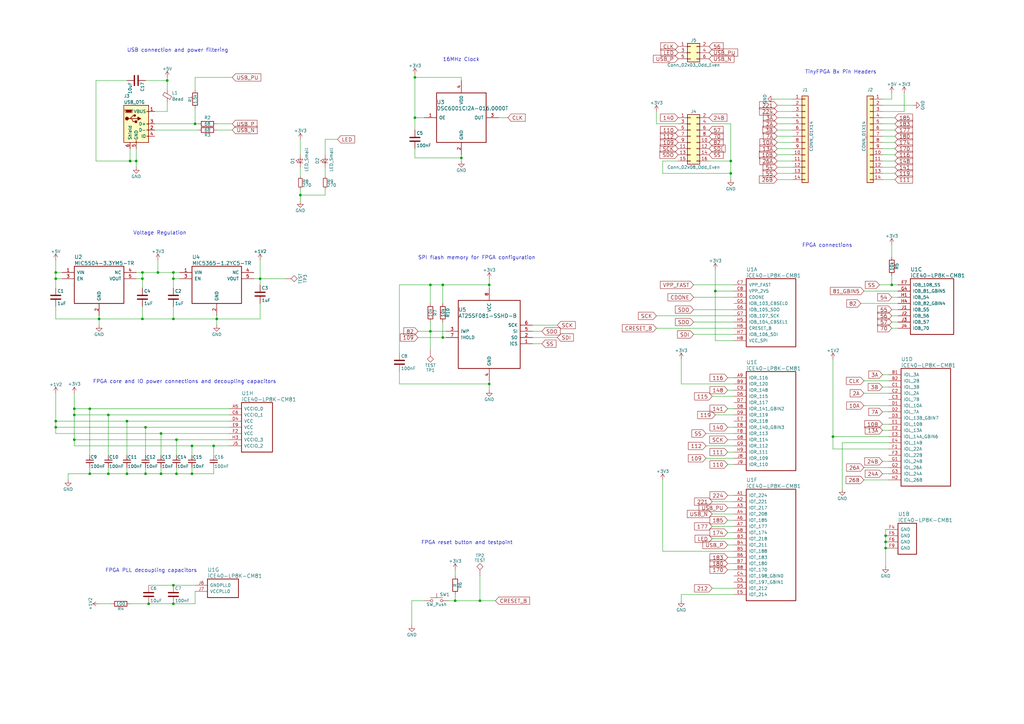
<source format=kicad_sch>
(kicad_sch (version 20231120) (generator "eeschema") (generator_version "8.0")
  (paper "A3")
  (title_block (title "TinyFPGA Bx") (rev "v1.1") (company "TinyFPGA"))
  (junction (at 72.39 180.34))
  (junction (at 53.34 66.04))
  (junction (at 22.86 114.3))
  (junction (at 176.53 135.89))
  (junction (at 78.74 194.31))
  (junction (at 60.96 247.65))
  (junction (at 170.18 48.26))
  (junction (at 196.85 246.38))
  (junction (at 293.37 119.38))
  (junction (at 66.04 194.31))
  (junction (at 78.74 182.88))
  (junction (at 44.45 194.31))
  (junction (at 22.86 172.72))
  (junction (at 66.04 177.8))
  (junction (at 341.63 179.07))
  (junction (at 106.68 114.3))
  (junction (at 40.64 130.81))
  (junction (at 30.48 167.64))
  (junction (at 299.72 66.04))
  (junction (at 87.63 182.88))
  (junction (at 30.48 170.18))
  (junction (at 71.12 247.65))
  (junction (at 36.83 194.31))
  (junction (at 71.12 111.76))
  (junction (at 59.69 175.26))
  (junction (at 58.42 130.81))
  (junction (at 88.9 130.81))
  (junction (at 52.07 172.72))
  (junction (at 71.12 130.81))
  (junction (at 181.61 138.43))
  (junction (at 58.42 111.76))
  (junction (at 200.66 116.84))
  (junction (at 123.19 80.01))
  (junction (at 181.61 116.84))
  (junction (at 170.18 31.75))
  (junction (at 363.22 219.71))
  (junction (at 363.22 222.25))
  (junction (at 71.12 114.3))
  (junction (at 36.83 167.64))
  (junction (at 55.88 66.04))
  (junction (at 68.58 33.02))
  (junction (at 72.39 194.31))
  (junction (at 189.23 64.77))
  (junction (at 363.22 224.79))
  (junction (at 52.07 194.31))
  (junction (at 30.48 180.34))
  (junction (at 44.45 170.18))
  (junction (at 186.69 246.38))
  (junction (at 71.12 240.03))
  (junction (at 200.66 157.48))
  (junction (at 58.42 114.3))
  (junction (at 22.86 175.26))
  (junction (at 176.53 116.84))
  (junction (at 299.72 71.12))
  (junction (at 80.01 50.8))
  (junction (at 365.76 116.84))
  (junction (at 64.77 111.76))
  (junction (at 59.69 194.31))
  (junction (at 22.86 111.76))
  (wire (pts (xy 123.19 72.39) (xy 123.19 68.58)))
  (wire (pts (xy 298.45 233.68) (xy 300.99 233.68)))
  (wire (pts (xy 365.76 127) (xy 368.3 127)))
  (wire (pts (xy 367.03 60.96) (xy 361.95 60.96)))
  (wire (pts (xy 222.25 140.97) (xy 218.44 140.97)))
  (wire (pts (xy 30.48 182.88) (xy 78.74 182.88)))
  (wire (pts (xy 71.12 130.81) (xy 71.12 125.73)))
  (wire (pts (xy 30.48 170.18) (xy 30.48 180.34)))
  (wire (pts (xy 218.44 138.43) (xy 228.6 138.43)))
  (wire (pts (xy 290.83 50.8) (xy 299.72 50.8)))
  (wire (pts (xy 181.61 116.84) (xy 176.53 116.84)))
  (wire (pts (xy 176.53 135.89) (xy 176.53 143.51)))
  (wire (pts (xy 68.58 45.72) (xy 68.58 41.91)))
  (wire (pts (xy 292.1 241.3) (xy 300.99 241.3)))
  (wire (pts (xy 40.64 130.81) (xy 58.42 130.81)))
  (wire (pts (xy 36.83 186.69) (xy 36.83 167.64)))
  (wire (pts (xy 300.99 121.92) (xy 284.48 121.92)))
  (wire (pts (xy 289.56 187.96) (xy 300.99 187.96)))
  (wire (pts (xy 361.95 58.42) (xy 367.03 58.42)))
  (wire (pts (xy 284.48 132.08) (xy 300.99 132.08)))
  (wire (pts (xy 104.14 114.3) (xy 106.68 114.3)))
  (wire (pts (xy 88.9 130.81) (xy 106.68 130.81)))
  (wire (pts (xy 298.45 228.6) (xy 300.99 228.6)))
  (wire (pts (xy 361.95 168.91) (xy 364.49 168.91)))
  (wire (pts (xy 292.1 215.9) (xy 300.99 215.9)))
  (wire (pts (xy 176.53 132.08) (xy 176.53 135.89)))
  (wire (pts (xy 123.19 80.01) (xy 133.35 80.01)))
  (wire (pts (xy 40.64 130.81) (xy 40.64 129.54)))
  (wire (pts (xy 365.76 100.33) (xy 365.76 105.41)))
  (wire (pts (xy 361.95 176.53) (xy 364.49 176.53)))
  (wire (pts (xy 298.45 231.14) (xy 300.99 231.14)))
  (wire (pts (xy 269.24 50.8) (xy 269.24 45.72)))
  (wire (pts (xy 299.72 66.04) (xy 299.72 71.12)))
  (wire (pts (xy 367.03 48.26) (xy 361.95 48.26)))
  (wire (pts (xy 293.37 119.38) (xy 300.99 119.38)))
  (wire (pts (xy 53.34 247.65) (xy 60.96 247.65)))
  (wire (pts (xy 365.76 113.03) (xy 365.76 116.84)))
  (wire (pts (xy 106.68 114.3) (xy 106.68 116.84)))
  (wire (pts (xy 52.07 194.31) (xy 59.69 194.31)))
  (wire (pts (xy 368.3 119.38) (xy 354.33 119.38)))
  (wire (pts (xy 300.99 154.94) (xy 298.45 154.94)))
  (wire (pts (xy 300.99 226.06) (xy 271.78 226.06)))
  (wire (pts (xy 123.19 82.55) (xy 123.19 80.01)))
  (wire (pts (xy 284.48 127) (xy 300.99 127)))
  (wire (pts (xy 71.12 114.3) (xy 73.66 114.3)))
  (wire (pts (xy 364.49 181.61) (xy 345.44 181.61)))
  (wire (pts (xy 44.45 194.31) (xy 44.45 191.77)))
  (wire (pts (xy 30.48 167.64) (xy 30.48 170.18)))
  (wire (pts (xy 78.74 186.69) (xy 78.74 182.88)))
  (wire (pts (xy 106.68 106.68) (xy 106.68 114.3)))
  (wire (pts (xy 189.23 64.77) (xy 189.23 66.04)))
  (wire (pts (xy 200.66 116.84) (xy 181.61 116.84)))
  (wire (pts (xy 163.83 152.4) (xy 163.83 157.48)))
  (wire (pts (xy 363.22 224.79) (xy 363.22 232.41)))
  (wire (pts (xy 71.12 111.76) (xy 71.12 114.3)))
  (wire (pts (xy 60.96 247.65) (xy 71.12 247.65)))
  (wire (pts (xy 279.4 243.84) (xy 279.4 246.38)))
  (wire (pts (xy 318.77 53.34) (xy 325.12 53.34)))
  (wire (pts (xy 353.06 124.46) (xy 368.3 124.46)))
  (wire (pts (xy 361.95 45.72) (xy 370.84 45.72)))
  (wire (pts (xy 66.04 194.31) (xy 66.04 191.77)))
  (wire (pts (xy 354.33 191.77) (xy 364.49 191.77)))
  (wire (pts (xy 59.69 194.31) (xy 66.04 194.31)))
  (wire (pts (xy 72.39 194.31) (xy 72.39 191.77)))
  (wire (pts (xy 298.45 223.52) (xy 300.99 223.52)))
  (wire (pts (xy 22.86 111.76) (xy 22.86 114.3)))
  (wire (pts (xy 318.77 68.58) (xy 325.12 68.58)))
  (wire (pts (xy 364.49 153.67) (xy 361.95 153.67)))
  (wire (pts (xy 345.44 181.61) (xy 345.44 200.66)))
  (wire (pts (xy 22.86 114.3) (xy 22.86 118.11)))
  (wire (pts (xy 22.86 177.8) (xy 66.04 177.8)))
  (wire (pts (xy 78.74 194.31) (xy 87.63 194.31)))
  (wire (pts (xy 271.78 71.12) (xy 299.72 71.12)))
  (wire (pts (xy 63.5 45.72) (xy 68.58 45.72)))
  (wire (pts (xy 64.77 111.76) (xy 71.12 111.76)))
  (wire (pts (xy 298.45 175.26) (xy 300.99 175.26)))
  (wire (pts (xy 364.49 189.23) (xy 361.95 189.23)))
  (wire (pts (xy 200.66 118.11) (xy 200.66 116.84)))
  (wire (pts (xy 87.63 194.31) (xy 87.63 191.77)))
  (wire (pts (xy 71.12 240.03) (xy 80.01 240.03)))
  (wire (pts (xy 58.42 111.76) (xy 64.77 111.76)))
  (wire (pts (xy 80.01 36.83) (xy 80.01 31.75)))
  (wire (pts (xy 106.68 114.3) (xy 116.84 114.3)))
  (wire (pts (xy 361.95 40.64) (xy 365.76 40.64)))
  (wire (pts (xy 58.42 130.81) (xy 58.42 125.73)))
  (wire (pts (xy 22.86 161.29) (xy 22.86 172.72)))
  (wire (pts (xy 222.25 135.89) (xy 218.44 135.89)))
  (wire (pts (xy 78.74 194.31) (xy 78.74 191.77)))
  (wire (pts (xy 300.99 203.2) (xy 298.45 203.2)))
  (wire (pts (xy 365.76 121.92) (xy 368.3 121.92)))
  (wire (pts (xy 58.42 111.76) (xy 58.42 114.3)))
  (wire (pts (xy 123.19 63.5) (xy 123.19 57.15)))
  (wire (pts (xy 64.77 111.76) (xy 64.77 106.68)))
  (wire (pts (xy 71.12 247.65) (xy 80.01 247.65)))
  (wire (pts (xy 189.23 31.75) (xy 170.18 31.75)))
  (wire (pts (xy 363.22 219.71) (xy 363.22 222.25)))
  (wire (pts (xy 27.94 196.85) (xy 27.94 194.31)))
  (wire (pts (xy 53.34 66.04) (xy 55.88 66.04)))
  (wire (pts (xy 364.49 173.99) (xy 361.95 173.99)))
  (wire (pts (xy 72.39 194.31) (xy 78.74 194.31)))
  (wire (pts (xy 36.83 194.31) (xy 44.45 194.31)))
  (wire (pts (xy 367.03 55.88) (xy 361.95 55.88)))
  (wire (pts (xy 292.1 210.82) (xy 300.99 210.82)))
  (wire (pts (xy 367.03 66.04) (xy 361.95 66.04)))
  (wire (pts (xy 30.48 167.64) (xy 36.83 167.64)))
  (wire (pts (xy 360.68 116.84) (xy 365.76 116.84)))
  (wire (pts (xy 354.33 166.37) (xy 364.49 166.37)))
  (wire (pts (xy 59.69 33.02) (xy 68.58 33.02)))
  (wire (pts (xy 271.78 226.06) (xy 271.78 196.85)))
  (wire (pts (xy 55.88 111.76) (xy 58.42 111.76)))
  (wire (pts (xy 300.99 180.34) (xy 298.45 180.34)))
  (wire (pts (xy 370.84 45.72) (xy 370.84 38.1)))
  (wire (pts (xy 182.88 138.43) (xy 181.61 138.43)))
  (wire (pts (xy 365.76 134.62) (xy 368.3 134.62)))
  (wire (pts (xy 200.66 157.48) (xy 200.66 156.21)))
  (wire (pts (xy 289.56 177.8) (xy 300.99 177.8)))
  (wire (pts (xy 325.12 50.8) (xy 318.77 50.8)))
  (wire (pts (xy 363.22 222.25) (xy 363.22 224.79)))
  (wire (pts (xy 88.9 129.54) (xy 88.9 130.81)))
  (wire (pts (xy 30.48 161.29) (xy 30.48 167.64)))
  (wire (pts (xy 271.78 66.04) (xy 271.78 71.12)))
  (wire (pts (xy 278.13 66.04) (xy 271.78 66.04)))
  (wire (pts (xy 30.48 170.18) (xy 44.45 170.18)))
  (wire (pts (xy 52.07 33.02) (xy 39.37 33.02)))
  (wire (pts (xy 200.66 160.02) (xy 200.66 157.48)))
  (wire (pts (xy 293.37 170.18) (xy 300.99 170.18)))
  (wire (pts (xy 318.77 48.26) (xy 325.12 48.26)))
  (wire (pts (xy 123.19 80.01) (xy 123.19 77.47)))
  (wire (pts (xy 87.63 186.69) (xy 87.63 182.88)))
  (wire (pts (xy 186.69 243.84) (xy 186.69 246.38)))
  (wire (pts (xy 22.86 114.3) (xy 25.4 114.3)))
  (wire (pts (xy 133.35 63.5) (xy 133.35 57.15)))
  (wire (pts (xy 80.01 50.8) (xy 81.28 50.8)))
  (wire (pts (xy 292.1 162.56) (xy 300.99 162.56)))
  (wire (pts (xy 170.18 30.48) (xy 170.18 31.75)))
  (wire (pts (xy 300.99 157.48) (xy 279.4 157.48)))
  (wire (pts (xy 22.86 106.68) (xy 22.86 111.76)))
  (wire (pts (xy 163.83 116.84) (xy 163.83 144.78)))
  (wire (pts (xy 72.39 180.34) (xy 93.98 180.34)))
  (wire (pts (xy 40.64 133.35) (xy 40.64 130.81)))
  (wire (pts (xy 78.74 182.88) (xy 87.63 182.88)))
  (wire (pts (xy 71.12 111.76) (xy 73.66 111.76)))
  (wire (pts (xy 298.45 185.42) (xy 300.99 185.42)))
  (wire (pts (xy 80.01 247.65) (xy 80.01 242.57)))
  (wire (pts (xy 367.03 71.12) (xy 361.95 71.12)))
  (wire (pts (xy 30.48 180.34) (xy 72.39 180.34)))
  (wire (pts (xy 173.99 48.26) (xy 170.18 48.26)))
  (wire (pts (xy 325.12 60.96) (xy 318.77 60.96)))
  (wire (pts (xy 361.95 53.34) (xy 367.03 53.34)))
  (wire (pts (xy 27.94 194.31) (xy 36.83 194.31)))
  (wire (pts (xy 55.88 60.96) (xy 55.88 66.04)))
  (wire (pts (xy 22.86 175.26) (xy 22.86 177.8)))
  (wire (pts (xy 325.12 55.88) (xy 318.77 55.88)))
  (wire (pts (xy 30.48 180.34) (xy 30.48 182.88)))
  (wire (pts (xy 300.99 208.28) (xy 298.45 208.28)))
  (wire (pts (xy 106.68 130.81) (xy 106.68 124.46)))
  (wire (pts (xy 300.99 116.84) (xy 284.48 116.84)))
  (wire (pts (xy 171.45 135.89) (xy 176.53 135.89)))
  (wire (pts (xy 87.63 182.88) (xy 93.98 182.88)))
  (wire (pts (xy 325.12 45.72) (xy 318.77 45.72)))
  (wire (pts (xy 60.96 240.03) (xy 71.12 240.03)))
  (wire (pts (xy 189.23 63.5) (xy 189.23 64.77)))
  (wire (pts (xy 44.45 186.69) (xy 44.45 170.18)))
  (wire (pts (xy 68.58 33.02) (xy 68.58 31.75)))
  (wire (pts (xy 186.69 233.68) (xy 186.69 236.22)))
  (wire (pts (xy 298.45 167.64) (xy 300.99 167.64)))
  (wire (pts (xy 196.85 246.38) (xy 203.2 246.38)))
  (wire (pts (xy 168.91 256.54) (xy 168.91 246.38)))
  (wire (pts (xy 22.86 175.26) (xy 59.69 175.26)))
  (wire (pts (xy 284.48 137.16) (xy 300.99 137.16)))
  (wire (pts (xy 133.35 72.39) (xy 133.35 68.58)))
  (wire (pts (xy 163.83 157.48) (xy 200.66 157.48)))
  (wire (pts (xy 66.04 186.69) (xy 66.04 177.8)))
  (wire (pts (xy 81.28 53.34) (xy 63.5 53.34)))
  (wire (pts (xy 66.04 177.8) (xy 93.98 177.8)))
  (wire (pts (xy 181.61 138.43) (xy 171.45 138.43)))
  (wire (pts (xy 318.77 73.66) (xy 325.12 73.66)))
  (wire (pts (xy 80.01 44.45) (xy 80.01 50.8)))
  (wire (pts (xy 59.69 175.26) (xy 93.98 175.26)))
  (wire (pts (xy 341.63 184.15) (xy 364.49 184.15)))
  (wire (pts (xy 365.76 116.84) (xy 368.3 116.84)))
  (wire (pts (xy 39.37 66.04) (xy 53.34 66.04)))
  (wire (pts (xy 95.25 50.8) (xy 88.9 50.8)))
  (wire (pts (xy 45.72 247.65) (xy 40.64 247.65)))
  (wire (pts (xy 53.34 60.96) (xy 53.34 66.04)))
  (wire (pts (xy 80.01 31.75) (xy 95.25 31.75)))
  (wire (pts (xy 298.45 190.5) (xy 300.99 190.5)))
  (wire (pts (xy 63.5 50.8) (xy 80.01 50.8)))
  (wire (pts (xy 196.85 236.22) (xy 196.85 246.38)))
  (wire (pts (xy 71.12 130.81) (xy 88.9 130.81)))
  (wire (pts (xy 341.63 179.07) (xy 364.49 179.07)))
  (wire (pts (xy 364.49 158.75) (xy 361.95 158.75)))
  (wire (pts (xy 341.63 179.07) (xy 341.63 147.32)))
  (wire (pts (xy 68.58 36.83) (xy 68.58 33.02)))
  (wire (pts (xy 279.4 157.48) (xy 279.4 147.32)))
  (wire (pts (xy 318.77 58.42) (xy 325.12 58.42)))
  (wire (pts (xy 170.18 31.75) (xy 170.18 48.26)))
  (wire (pts (xy 368.3 129.54) (xy 365.76 129.54)))
  (wire (pts (xy 22.86 172.72) (xy 52.07 172.72)))
  (wire (pts (xy 88.9 130.81) (xy 88.9 133.35)))
  (wire (pts (xy 218.44 133.35) (xy 228.6 133.35)))
  (wire (pts (xy 365.76 40.64) (xy 365.76 38.1)))
  (wire (pts (xy 299.72 50.8) (xy 299.72 66.04)))
  (wire (pts (xy 204.47 48.26) (xy 208.28 48.26)))
  (wire (pts (xy 325.12 71.12) (xy 318.77 71.12)))
  (wire (pts (xy 300.99 213.36) (xy 298.45 213.36)))
  (wire (pts (xy 325.12 66.04) (xy 318.77 66.04)))
  (wire (pts (xy 318.77 43.18) (xy 325.12 43.18)))
  (wire (pts (xy 189.23 64.77) (xy 170.18 64.77)))
  (wire (pts (xy 55.88 66.04) (xy 55.88 68.58)))
  (wire (pts (xy 365.76 132.08) (xy 368.3 132.08)))
  (wire (pts (xy 189.23 31.75) (xy 189.23 33.02)))
  (wire (pts (xy 300.99 218.44) (xy 298.45 218.44)))
  (wire (pts (xy 200.66 116.84) (xy 200.66 114.3)))
  (wire (pts (xy 299.72 71.12) (xy 299.72 73.66)))
  (wire (pts (xy 176.53 124.46) (xy 176.53 116.84)))
  (wire (pts (xy 22.86 125.73) (xy 22.86 130.81)))
  (wire (pts (xy 290.83 66.04) (xy 299.72 66.04)))
  (wire (pts (xy 176.53 135.89) (xy 182.88 135.89)))
  (wire (pts (xy 354.33 161.29) (xy 364.49 161.29)))
  (wire (pts (xy 361.95 68.58) (xy 367.03 68.58)))
  (wire (pts (xy 300.99 243.84) (xy 279.4 243.84)))
  (wire (pts (xy 361.95 63.5) (xy 367.03 63.5)))
  (wire (pts (xy 58.42 114.3) (xy 58.42 118.11)))
  (wire (pts (xy 168.91 246.38) (xy 173.99 246.38)))
  (wire (pts (xy 66.04 194.31) (xy 72.39 194.31)))
  (wire (pts (xy 44.45 194.31) (xy 52.07 194.31)))
  (wire (pts (xy 367.03 50.8) (xy 361.95 50.8)))
  (wire (pts (xy 341.63 184.15) (xy 341.63 179.07)))
  (wire (pts (xy 22.86 130.81) (xy 40.64 130.81)))
  (wire (pts (xy 292.1 205.74) (xy 300.99 205.74)))
  (wire (pts (xy 186.69 246.38) (xy 196.85 246.38)))
  (wire (pts (xy 58.42 130.81) (xy 71.12 130.81)))
  (wire (pts (xy 22.86 172.72) (xy 22.86 175.26)))
  (wire (pts (xy 59.69 194.31) (xy 59.69 191.77)))
  (wire (pts (xy 71.12 114.3) (xy 71.12 118.11)))
  (wire (pts (xy 88.9 53.34) (xy 95.25 53.34)))
  (wire (pts (xy 354.33 156.21) (xy 364.49 156.21)))
  (wire (pts (xy 317.5 40.64) (xy 325.12 40.64)))
  (wire (pts (xy 300.99 129.54) (xy 269.24 129.54)))
  (wire (pts (xy 55.88 114.3) (xy 58.42 114.3)))
  (wire (pts (xy 300.99 160.02) (xy 298.45 160.02)))
  (wire (pts (xy 133.35 80.01) (xy 133.35 77.47)))
  (wire (pts (xy 133.35 57.15) (xy 138.43 57.15)))
  (wire (pts (xy 363.22 217.17) (xy 363.22 219.71)))
  (wire (pts (xy 59.69 186.69) (xy 59.69 175.26)))
  (wire (pts (xy 292.1 220.98) (xy 300.99 220.98)))
  (wire (pts (xy 361.95 73.66) (xy 367.03 73.66)))
  (wire (pts (xy 278.13 50.8) (xy 269.24 50.8)))
  (wire (pts (xy 36.83 194.31) (xy 36.83 191.77)))
  (wire (pts (xy 36.83 167.64) (xy 93.98 167.64)))
  (wire (pts (xy 170.18 48.26) (xy 170.18 53.34)))
  (wire (pts (xy 184.15 246.38) (xy 186.69 246.38)))
  (wire (pts (xy 300.99 134.62) (xy 269.24 134.62)))
  (wire (pts (xy 176.53 116.84) (xy 163.83 116.84)))
  (wire (pts (xy 293.37 110.49) (xy 293.37 119.38)))
  (wire (pts (xy 22.86 111.76) (xy 25.4 111.76)))
  (wire (pts (xy 293.37 119.38) (xy 293.37 139.7)))
  (wire (pts (xy 361.95 43.18) (xy 374.65 43.18)))
  (wire (pts (xy 181.61 124.46) (xy 181.61 116.84)))
  (wire (pts (xy 170.18 64.77) (xy 170.18 60.96)))
  (wire (pts (xy 52.07 194.31) (xy 52.07 191.77)))
  (wire (pts (xy 52.07 186.69) (xy 52.07 172.72)))
  (wire (pts (xy 364.49 196.85) (xy 354.33 196.85)))
  (wire (pts (xy 72.39 186.69) (xy 72.39 180.34)))
  (wire (pts (xy 289.56 182.88) (xy 300.99 182.88)))
  (wire (pts (xy 52.07 172.72) (xy 93.98 172.72)))
  (wire (pts (xy 318.77 63.5) (xy 325.12 63.5)))
  (wire (pts (xy 293.37 139.7) (xy 300.99 139.7)))
  (wire (pts (xy 181.61 138.43) (xy 181.61 132.08)))
  (wire (pts (xy 39.37 33.02) (xy 39.37 66.04)))
  (wire (pts (xy 44.45 170.18) (xy 93.98 170.18)))
  (wire (pts (xy 364.49 194.31) (xy 361.95 194.31)))
  (text "16MHz Clock" (at 181.61 25.4 0) (effects (font (size 1.524 1.524)) (justify left bottom)))
  (text "TinyFPGA Bx Pin Headers" (at 330.2 30.48 0) (effects (font (size 1.524 1.524)) (justify left bottom)))
  (text "FPGA core and IO power connections and decoupling capacitors" (at 38.1 157.48 0) (effects (font (size 1.524 1.524)) (justify left bottom)))
  (text "FPGA reset button and testpoint" (at 172.72 223.52 0) (effects (font (size 1.524 1.524)) (justify left bottom)))
  (text "USB connection and power filtering" (at 52.07 21.59 0) (effects (font (size 1.524 1.524)) (justify left bottom)))
  (text "FPGA connections" (at 328.93 101.6 0) (effects (font (size 1.524 1.524)) (justify left bottom)))
  (text "Voltage Regulation" (at 54.61 96.52 0) (effects (font (size 1.524 1.524)) (justify left bottom)))
  (text "FPGA PLL decoupling capacitors" (at 43.18 234.95 0) (effects (font (size 1.524 1.524)) (justify left bottom)))
  (text "SPI flash memory for FPGA configuration" (at 171.45 106.68 0) (effects (font (size 1.524 1.524)) (justify left bottom)))
  (global_label "3A" (shape input) (at 361.95 153.67 180) (effects (font (size 1.524 1.524))) (property "Intersheetrefs" "${INTERSHEET_REFS}" (effects (hide yes))))
  (global_label "109" (shape input) (at 171.45 138.43 180) (effects (font (size 1.524 1.524))) (property "Intersheetrefs" "${INTERSHEET_REFS}" (effects (hide yes))))
  (global_label "180" (shape input) (at 367.03 55.88 0) (effects (font (size 1.524 1.524))) (property "Intersheetrefs" "${INTERSHEET_REFS}" (effects (hide yes))))
  (global_label "183" (shape input) (at 298.45 228.6 180) (effects (font (size 1.524 1.524))) (property "Intersheetrefs" "${INTERSHEET_REFS}" (effects (hide yes))))
  (global_label "70" (shape input) (at 290.83 55.88 0) (effects (font (size 1.524 1.524))) (property "Intersheetrefs" "${INTERSHEET_REFS}" (effects (hide yes))))
  (global_label "70" (shape input) (at 365.76 134.62 180) (effects (font (size 1.524 1.524))) (property "Intersheetrefs" "${INTERSHEET_REFS}" (effects (hide yes))))
  (global_label "185" (shape input) (at 367.03 48.26 0) (effects (font (size 1.524 1.524))) (property "Intersheetrefs" "${INTERSHEET_REFS}" (effects (hide yes))))
  (global_label "55" (shape input) (at 365.76 127 180) (effects (font (size 1.524 1.524))) (property "Intersheetrefs" "${INTERSHEET_REFS}" (effects (hide yes))))
  (global_label "10B" (shape input) (at 361.95 173.99 180) (effects (font (size 1.524 1.524))) (property "Intersheetrefs" "${INTERSHEET_REFS}" (effects (hide yes))))
  (global_label "224" (shape input) (at 298.45 203.2 180) (effects (font (size 1.524 1.524))) (property "Intersheetrefs" "${INTERSHEET_REFS}" (effects (hide yes))))
  (global_label "54" (shape input) (at 318.77 68.58 180) (effects (font (size 1.524 1.524))) (property "Intersheetrefs" "${INTERSHEET_REFS}" (effects (hide yes))))
  (global_label "USB_N" (shape input) (at 95.25 53.34 0) (effects (font (size 1.524 1.524))) (property "Intersheetrefs" "${INTERSHEET_REFS}" (effects (hide yes))))
  (global_label "USB_PU" (shape input) (at 95.25 31.75 0) (effects (font (size 1.524 1.524))) (property "Intersheetrefs" "${INTERSHEET_REFS}" (effects (hide yes))))
  (global_label "24A" (shape input) (at 361.95 194.31 180) (effects (font (size 1.524 1.524))) (property "Intersheetrefs" "${INTERSHEET_REFS}" (effects (hide yes))))
  (global_label "24B" (shape input) (at 361.95 189.23 180) (effects (font (size 1.524 1.524))) (property "Intersheetrefs" "${INTERSHEET_REFS}" (effects (hide yes))))
  (global_label "185" (shape input) (at 298.45 213.36 180) (effects (font (size 1.524 1.524))) (property "Intersheetrefs" "${INTERSHEET_REFS}" (effects (hide yes))))
  (global_label "116" (shape input) (at 367.03 63.5 0) (effects (font (size 1.524 1.524))) (property "Intersheetrefs" "${INTERSHEET_REFS}" (effects (hide yes))))
  (global_label "112" (shape input) (at 278.13 55.88 180) (effects (font (size 1.524 1.524))) (property "Intersheetrefs" "${INTERSHEET_REFS}" (effects (hide yes))))
  (global_label "109" (shape input) (at 289.56 187.96 180) (effects (font (size 1.524 1.524))) (property "Intersheetrefs" "${INTERSHEET_REFS}" (effects (hide yes))))
  (global_label "SS" (shape input) (at 290.83 63.5 0) (effects (font (size 1.524 1.524))) (property "Intersheetrefs" "${INTERSHEET_REFS}" (effects (hide yes))))
  (global_label "212" (shape input) (at 292.1 241.3 180) (effects (font (size 1.524 1.524))) (property "Intersheetrefs" "${INTERSHEET_REFS}" (effects (hide yes))))
  (global_label "81_GBIN5" (shape input) (at 354.33 119.38 180) (effects (font (size 1.524 1.524))) (property "Intersheetrefs" "${INTERSHEET_REFS}" (effects (hide yes))))
  (global_label "224" (shape input) (at 318.77 45.72 180) (effects (font (size 1.524 1.524))) (property "Intersheetrefs" "${INTERSHEET_REFS}" (effects (hide yes))))
  (global_label "SCK" (shape input) (at 298.45 180.34 180) (effects (font (size 1.524 1.524))) (property "Intersheetrefs" "${INTERSHEET_REFS}" (effects (hide yes))))
  (global_label "140" (shape input) (at 298.45 175.26 180) (effects (font (size 1.524 1.524))) (property "Intersheetrefs" "${INTERSHEET_REFS}" (effects (hide yes))))
  (global_label "180" (shape input) (at 298.45 231.14 180) (effects (font (size 1.524 1.524))) (property "Intersheetrefs" "${INTERSHEET_REFS}" (effects (hide yes))))
  (global_label "26B" (shape input) (at 318.77 73.66 180) (effects (font (size 1.524 1.524))) (property "Intersheetrefs" "${INTERSHEET_REFS}" (effects (hide yes))))
  (global_label "221" (shape input) (at 292.1 205.74 180) (effects (font (size 1.524 1.524))) (property "Intersheetrefs" "${INTERSHEET_REFS}" (effects (hide yes))))
  (global_label "26A" (shape input) (at 318.77 66.04 180) (effects (font (size 1.524 1.524))) (property "Intersheetrefs" "${INTERSHEET_REFS}" (effects (hide yes))))
  (global_label "111" (shape input) (at 298.45 185.42 180) (effects (font (size 1.524 1.524))) (property "Intersheetrefs" "${INTERSHEET_REFS}" (effects (hide yes))))
  (global_label "13A" (shape input) (at 361.95 176.53 180) (effects (font (size 1.524 1.524))) (property "Intersheetrefs" "${INTERSHEET_REFS}" (effects (hide yes))))
  (global_label "56" (shape input) (at 365.76 129.54 180) (effects (font (size 1.524 1.524))) (property "Intersheetrefs" "${INTERSHEET_REFS}" (effects (hide yes))))
  (global_label "82" (shape input) (at 353.06 124.46 180) (effects (font (size 1.524 1.524))) (property "Intersheetrefs" "${INTERSHEET_REFS}" (effects (hide yes))))
  (global_label "174" (shape input) (at 298.45 218.44 180) (effects (font (size 1.524 1.524))) (property "Intersheetrefs" "${INTERSHEET_REFS}" (effects (hide yes))))
  (global_label "116" (shape input) (at 298.45 154.94 180) (effects (font (size 1.524 1.524))) (property "Intersheetrefs" "${INTERSHEET_REFS}" (effects (hide yes))))
  (global_label "55" (shape input) (at 318.77 71.12 180) (effects (font (size 1.524 1.524))) (property "Intersheetrefs" "${INTERSHEET_REFS}" (effects (hide yes))))
  (global_label "82" (shape input) (at 171.45 135.89 180) (effects (font (size 1.524 1.524))) (property "Intersheetrefs" "${INTERSHEET_REFS}" (effects (hide yes))))
  (global_label "CLK" (shape input) (at 208.28 48.26 0) (effects (font (size 1.524 1.524))) (property "Intersheetrefs" "${INTERSHEET_REFS}" (effects (hide yes))))
  (global_label "SDO" (shape input) (at 222.25 135.89 0) (effects (font (size 1.524 1.524))) (property "Intersheetrefs" "${INTERSHEET_REFS}" (effects (hide yes))))
  (global_label "USB_P" (shape input) (at 298.45 223.52 180) (effects (font (size 1.524 1.524))) (property "Intersheetrefs" "${INTERSHEET_REFS}" (effects (hide yes))))
  (global_label "148" (shape input) (at 298.45 160.02 180) (effects (font (size 1.524 1.524))) (property "Intersheetrefs" "${INTERSHEET_REFS}" (effects (hide yes))))
  (global_label "26B" (shape input) (at 354.33 196.85 180) (effects (font (size 1.524 1.524))) (property "Intersheetrefs" "${INTERSHEET_REFS}" (effects (hide yes))))
  (global_label "110" (shape input) (at 278.13 53.34 180) (effects (font (size 1.524 1.524))) (property "Intersheetrefs" "${INTERSHEET_REFS}" (effects (hide yes))))
  (global_label "7A" (shape input) (at 361.95 168.91 180) (effects (font (size 1.524 1.524))) (property "Intersheetrefs" "${INTERSHEET_REFS}" (effects (hide yes))))
  (global_label "SDO" (shape input) (at 284.48 127 180) (effects (font (size 1.524 1.524))) (property "Intersheetrefs" "${INTERSHEET_REFS}" (effects (hide yes))))
  (global_label "115" (shape input) (at 292.1 162.56 180) (effects (font (size 1.524 1.524))) (property "Intersheetrefs" "${INTERSHEET_REFS}" (effects (hide yes))))
  (global_label "SDO" (shape input) (at 278.13 63.5 180) (effects (font (size 1.524 1.524))) (property "Intersheetrefs" "${INTERSHEET_REFS}" (effects (hide yes))))
  (global_label "109" (shape input) (at 278.13 58.42 180) (effects (font (size 1.524 1.524))) (property "Intersheetrefs" "${INTERSHEET_REFS}" (effects (hide yes))))
  (global_label "26A" (shape input) (at 354.33 191.77 180) (effects (font (size 1.524 1.524))) (property "Intersheetrefs" "${INTERSHEET_REFS}" (effects (hide yes))))
  (global_label "CLK" (shape input) (at 278.13 19.05 180) (effects (font (size 1.524 1.524))) (property "Intersheetrefs" "${INTERSHEET_REFS}" (effects (hide yes))))
  (global_label "USB_PU" (shape input) (at 290.83 21.59 0) (effects (font (size 1.524 1.524))) (property "Intersheetrefs" "${INTERSHEET_REFS}" (effects (hide yes))))
  (global_label "221" (shape input) (at 318.77 43.18 180) (effects (font (size 1.524 1.524))) (property "Intersheetrefs" "${INTERSHEET_REFS}" (effects (hide yes))))
  (global_label "140" (shape input) (at 278.13 48.26 180) (effects (font (size 1.524 1.524))) (property "Intersheetrefs" "${INTERSHEET_REFS}" (effects (hide yes))))
  (global_label "2A" (shape input) (at 354.33 161.29 180) (effects (font (size 1.524 1.524))) (property "Intersheetrefs" "${INTERSHEET_REFS}" (effects (hide yes))))
  (global_label "CRESET_B" (shape input) (at 269.24 134.62 180) (effects (font (size 1.524 1.524))) (property "Intersheetrefs" "${INTERSHEET_REFS}" (effects (hide yes))))
  (global_label "LED" (shape input) (at 138.43 57.15 0) (effects (font (size 1.524 1.524))) (property "Intersheetrefs" "${INTERSHEET_REFS}" (effects (hide yes))))
  (global_label "USB_P" (shape input) (at 278.13 24.13 180) (effects (font (size 1.524 1.524))) (property "Intersheetrefs" "${INTERSHEET_REFS}" (effects (hide yes))))
  (global_label "148" (shape input) (at 367.03 66.04 0) (effects (font (size 1.524 1.524))) (property "Intersheetrefs" "${INTERSHEET_REFS}" (effects (hide yes))))
  (global_label "13A" (shape input) (at 318.77 60.96 180) (effects (font (size 1.524 1.524))) (property "Intersheetrefs" "${INTERSHEET_REFS}" (effects (hide yes))))
  (global_label "10A" (shape input) (at 318.77 58.42 180) (effects (font (size 1.524 1.524))) (property "Intersheetrefs" "${INTERSHEET_REFS}" (effects (hide yes))))
  (global_label "SCK" (shape input) (at 269.24 129.54 180) (effects (font (size 1.524 1.524))) (property "Intersheetrefs" "${INTERSHEET_REFS}" (effects (hide yes))))
  (global_label "2A" (shape input) (at 318.77 50.8 180) (effects (font (size 1.524 1.524))) (property "Intersheetrefs" "${INTERSHEET_REFS}" (effects (hide yes))))
  (global_label "USB_N" (shape input) (at 290.83 24.13 0) (effects (font (size 1.524 1.524))) (property "Intersheetrefs" "${INTERSHEET_REFS}" (effects (hide yes))))
  (global_label "177" (shape input) (at 367.03 53.34 0) (effects (font (size 1.524 1.524))) (property "Intersheetrefs" "${INTERSHEET_REFS}" (effects (hide yes))))
  (global_label "56" (shape input) (at 290.83 19.05 0) (effects (font (size 1.524 1.524))) (property "Intersheetrefs" "${INTERSHEET_REFS}" (effects (hide yes))))
  (global_label "170" (shape input) (at 367.03 60.96 0) (effects (font (size 1.524 1.524))) (property "Intersheetrefs" "${INTERSHEET_REFS}" (effects (hide yes))))
  (global_label "119" (shape input) (at 293.37 170.18 180) (effects (font (size 1.524 1.524))) (property "Intersheetrefs" "${INTERSHEET_REFS}" (effects (hide yes))))
  (global_label "82" (shape input) (at 290.83 58.42 0) (effects (font (size 1.524 1.524))) (property "Intersheetrefs" "${INTERSHEET_REFS}" (effects (hide yes))))
  (global_label "10B" (shape input) (at 318.77 63.5 180) (effects (font (size 1.524 1.524))) (property "Intersheetrefs" "${INTERSHEET_REFS}" (effects (hide yes))))
  (global_label "VPP_FAST" (shape input) (at 284.48 116.84 180) (effects (font (size 1.524 1.524))) (property "Intersheetrefs" "${INTERSHEET_REFS}" (effects (hide yes))))
  (global_label "3A" (shape input) (at 318.77 48.26 180) (effects (font (size 1.524 1.524))) (property "Intersheetrefs" "${INTERSHEET_REFS}" (effects (hide yes))))
  (global_label "SDI" (shape input) (at 290.83 60.96 0) (effects (font (size 1.524 1.524))) (property "Intersheetrefs" "${INTERSHEET_REFS}" (effects (hide yes))))
  (global_label "CLK" (shape input) (at 354.33 156.21 180) (effects (font (size 1.524 1.524))) (property "Intersheetrefs" "${INTERSHEET_REFS}" (effects (hide yes))))
  (global_label "SCK" (shape input) (at 228.6 133.35 0) (effects (font (size 1.524 1.524))) (property "Intersheetrefs" "${INTERSHEET_REFS}" (effects (hide yes))))
  (global_label "USB_PU" (shape input) (at 298.45 208.28 180) (effects (font (size 1.524 1.524))) (property "Intersheetrefs" "${INTERSHEET_REFS}" (effects (hide yes))))
  (global_label "10A" (shape input) (at 354.33 166.37 180) (effects (font (size 1.524 1.524))) (property "Intersheetrefs" "${INTERSHEET_REFS}" (effects (hide yes))))
  (global_label "SS" (shape input) (at 289.56 177.8 180) (effects (font (size 1.524 1.524))) (property "Intersheetrefs" "${INTERSHEET_REFS}" (effects (hide yes))))
  (global_label "SS" (shape input) (at 360.68 116.84 180) (effects (font (size 1.524 1.524))) (property "Intersheetrefs" "${INTERSHEET_REFS}" (effects (hide yes))))
  (global_label "7A" (shape input) (at 318.77 55.88 180) (effects (font (size 1.524 1.524))) (property "Intersheetrefs" "${INTERSHEET_REFS}" (effects (hide yes))))
  (global_label "CDONE" (shape input) (at 284.48 121.92 180) (effects (font (size 1.524 1.524))) (property "Intersheetrefs" "${INTERSHEET_REFS}" (effects (hide yes))))
  (global_label "USB_N" (shape input) (at 292.1 210.82 180) (effects (font (size 1.524 1.524))) (property "Intersheetrefs" "${INTERSHEET_REFS}" (effects (hide yes))))
  (global_label "174" (shape input) (at 367.03 58.42 0) (effects (font (size 1.524 1.524))) (property "Intersheetrefs" "${INTERSHEET_REFS}" (effects (hide yes))))
  (global_label "110" (shape input) (at 298.45 190.5 180) (effects (font (size 1.524 1.524))) (property "Intersheetrefs" "${INTERSHEET_REFS}" (effects (hide yes))))
  (global_label "141" (shape input) (at 367.03 68.58 0) (effects (font (size 1.524 1.524))) (property "Intersheetrefs" "${INTERSHEET_REFS}" (effects (hide yes))))
  (global_label "CRESET_B" (shape input) (at 203.2 246.38 0) (effects (font (size 1.524 1.524))) (property "Intersheetrefs" "${INTERSHEET_REFS}" (effects (hide yes))))
  (global_label "USB_P" (shape input) (at 95.25 50.8 0) (effects (font (size 1.524 1.524))) (property "Intersheetrefs" "${INTERSHEET_REFS}" (effects (hide yes))))
  (global_label "112" (shape input) (at 289.56 182.88 180) (effects (font (size 1.524 1.524))) (property "Intersheetrefs" "${INTERSHEET_REFS}" (effects (hide yes))))
  (global_label "57" (shape input) (at 290.83 53.34 0) (effects (font (size 1.524 1.524))) (property "Intersheetrefs" "${INTERSHEET_REFS}" (effects (hide yes))))
  (global_label "SS" (shape input) (at 222.25 140.97 0) (effects (font (size 1.524 1.524))) (property "Intersheetrefs" "${INTERSHEET_REFS}" (effects (hide yes))))
  (global_label "SDI" (shape input) (at 284.48 137.16 180) (effects (font (size 1.524 1.524))) (property "Intersheetrefs" "${INTERSHEET_REFS}" (effects (hide yes))))
  (global_label "170" (shape input) (at 298.45 233.68 180) (effects (font (size 1.524 1.524))) (property "Intersheetrefs" "${INTERSHEET_REFS}" (effects (hide yes))))
  (global_label "LED" (shape input) (at 278.13 21.59 180) (effects (font (size 1.524 1.524))) (property "Intersheetrefs" "${INTERSHEET_REFS}" (effects (hide yes))))
  (global_label "57" (shape input) (at 365.76 132.08 180) (effects (font (size 1.524 1.524))) (property "Intersheetrefs" "${INTERSHEET_REFS}" (effects (hide yes))))
  (global_label "54" (shape input) (at 365.76 121.92 180) (effects (font (size 1.524 1.524))) (property "Intersheetrefs" "${INTERSHEET_REFS}" (effects (hide yes))))
  (global_label "LED" (shape input) (at 292.1 220.98 180) (effects (font (size 1.524 1.524))) (property "Intersheetrefs" "${INTERSHEET_REFS}" (effects (hide yes))))
  (global_label "119" (shape input) (at 367.03 71.12 0) (effects (font (size 1.524 1.524))) (property "Intersheetrefs" "${INTERSHEET_REFS}" (effects (hide yes))))
  (global_label "24B" (shape input) (at 290.83 48.26 0) (effects (font (size 1.524 1.524))) (property "Intersheetrefs" "${INTERSHEET_REFS}" (effects (hide yes))))
  (global_label "SDI" (shape input) (at 228.6 138.43 0) (effects (font (size 1.524 1.524))) (property "Intersheetrefs" "${INTERSHEET_REFS}" (effects (hide yes))))
  (global_label "3B" (shape input) (at 318.77 53.34 180) (effects (font (size 1.524 1.524))) (property "Intersheetrefs" "${INTERSHEET_REFS}" (effects (hide yes))))
  (global_label "183" (shape input) (at 367.03 50.8 0) (effects (font (size 1.524 1.524))) (property "Intersheetrefs" "${INTERSHEET_REFS}" (effects (hide yes))))
  (global_label "SDO" (shape input) (at 284.48 132.08 180) (effects (font (size 1.524 1.524))) (property "Intersheetrefs" "${INTERSHEET_REFS}" (effects (hide yes))))
  (global_label "SCK" (shape input) (at 278.13 60.96 180) (effects (font (size 1.524 1.524))) (property "Intersheetrefs" "${INTERSHEET_REFS}" (effects (hide yes))))
  (global_label "177" (shape input) (at 292.1 215.9 180) (effects (font (size 1.524 1.524))) (property "Intersheetrefs" "${INTERSHEET_REFS}" (effects (hide yes))))
  (global_label "111" (shape input) (at 367.03 73.66 0) (effects (font (size 1.524 1.524))) (property "Intersheetrefs" "${INTERSHEET_REFS}" (effects (hide yes))))
  (global_label "3B" (shape input) (at 361.95 158.75 180) (effects (font (size 1.524 1.524))) (property "Intersheetrefs" "${INTERSHEET_REFS}" (effects (hide yes))))
  (global_label "141" (shape input) (at 298.45 167.64 180) (effects (font (size 1.524 1.524))) (property "Intersheetrefs" "${INTERSHEET_REFS}" (effects (hide yes))))
  (symbol (lib_id "TinyFPGA-BX-rescue:iCE40-LP8K-CM81") (at 300.99 116.84 0) (unit 1)
    (property "Reference" "U1" (at 306.07 110.49 0) (effects (font (size 1.524 1.524)) (justify left)))
    (property "Value" "iCE40-LP8K-CM81" (at 306.07 113.03 0) (effects (font (size 1.524 1.524)) (justify left)))
    (property "Footprint" "tinyfpga:CM81" (effects (hide yes)))
  )
  (symbol (lib_id "TinyFPGA-BX-rescue:iCE40-LP8K-CM81") (at 363.22 217.17 0) (unit 2)
    (property "Reference" "U1" (at 368.3 210.82 0) (effects (font (size 1.524 1.524)) (justify left)))
    (property "Value" "iCE40-LP8K-CM81" (at 368.3 213.36 0) (effects (font (size 1.524 1.524)) (justify left)))
    (property "Footprint" "tinyfpga:CM81" (effects (hide yes)))
  )
  (symbol (lib_id "TinyFPGA-BX-rescue:iCE40-LP8K-CM81") (at 368.3 116.84 0) (unit 3)
    (property "Reference" "U1" (at 373.38 110.49 0) (effects (font (size 1.524 1.524)) (justify left)))
    (property "Value" "iCE40-LP8K-CM81" (at 373.38 113.03 0) (effects (font (size 1.524 1.524)) (justify left)))
    (property "Footprint" "tinyfpga:CM81" (effects (hide yes)))
  )
  (symbol (lib_id "TinyFPGA-BX-rescue:iCE40-LP8K-CM81") (at 364.49 153.67 0) (unit 4)
    (property "Reference" "U1" (at 369.57 147.32 0) (effects (font (size 1.524 1.524)) (justify left)))
    (property "Value" "iCE40-LP8K-CM81" (at 369.57 149.86 0) (effects (font (size 1.524 1.524)) (justify left)))
    (property "Footprint" "tinyfpga:CM81" (effects (hide yes)))
  )
  (symbol (lib_id "TinyFPGA-BX-rescue:iCE40-LP8K-CM81") (at 300.99 154.94 0) (unit 5)
    (property "Reference" "U1" (at 306.07 148.59 0) (effects (font (size 1.524 1.524)) (justify left)))
    (property "Value" "iCE40-LP8K-CM81" (at 306.07 151.13 0) (effects (font (size 1.524 1.524)) (justify left)))
    (property "Footprint" "tinyfpga:CM81" (effects (hide yes)))
  )
  (symbol (lib_id "TinyFPGA-BX-rescue:iCE40-LP8K-CM81") (at 300.99 203.2 0) (unit 6)
    (property "Reference" "U1" (at 306.07 196.85 0) (effects (font (size 1.524 1.524)) (justify left)))
    (property "Value" "iCE40-LP8K-CM81" (at 306.07 199.39 0) (effects (font (size 1.524 1.524)) (justify left)))
    (property "Footprint" "tinyfpga:CM81" (effects (hide yes)))
  )
  (symbol (lib_id "TinyFPGA-BX-rescue:iCE40-LP8K-CM81") (at 80.01 240.03 0) (unit 7)
    (property "Reference" "U1" (at 85.09 233.68 0) (effects (font (size 1.524 1.524)) (justify left)))
    (property "Value" "iCE40-LP8K-CM81" (at 85.09 236.22 0) (effects (font (size 1.524 1.524)) (justify left)))
    (property "Footprint" "tinyfpga:CM81" (effects (hide yes)))
  )
  (symbol (lib_id "TinyFPGA-BX-rescue:iCE40-LP8K-CM81") (at 93.98 167.64 0) (unit 8)
    (property "Reference" "U1" (at 99.06 161.29 0) (effects (font (size 1.524 1.524)) (justify left)))
    (property "Value" "iCE40-LP8K-CM81" (at 99.06 163.83 0) (effects (font (size 1.524 1.524)) (justify left)))
    (property "Footprint" "tinyfpga:CM81" (effects (hide yes)))
  )
  (symbol (lib_id "TinyFPGA-BX-rescue:GND") (at 363.22 232.41 0) (unit 1)
    (property "Reference" "#PWR29" (effects (hide yes)))
    (property "Value" "GND" (at 363.22 236.22 0))
  )
  (symbol (lib_id "TinyFPGA-BX-rescue:+1V2") (at 22.86 161.29 0) (unit 1)
    (property "Reference" "#PWR2" (effects (hide yes)))
    (property "Value" "+1V2" (at 22.86 157.734 0))
  )
  (symbol (lib_id "TinyFPGA-BX-rescue:+3V3") (at 30.48 161.29 0) (unit 1)
    (property "Reference" "#PWR4" (effects (hide yes)))
    (property "Value" "+3V3" (at 30.48 157.48 0))
  )
  (symbol (lib_id "TinyFPGA-BX-rescue:+3V3") (at 293.37 110.49 0) (unit 1)
    (property "Reference" "#PWR24" (effects (hide yes)))
    (property "Value" "+3V3" (at 293.37 106.934 0))
  )
  (symbol (lib_id "TinyFPGA-BX-rescue:Conn_01x14") (at 330.2 55.88 0) (unit 1)
    (property "Reference" "J1" (at 330.2 36.83 0))
    (property "Value" "CONN_01X14" (at 332.74 55.88 90))
    (property "Footprint" "Pin_Headers:Pin_Header_Straight_1x14_Pitch2.54mm" (effects (hide yes)))
  )
  (symbol (lib_id "TinyFPGA-BX-rescue:Conn_01x14") (at 356.87 55.88 0) (mirror y) (unit 1)
    (property "Reference" "J2" (at 356.87 36.83 0))
    (property "Value" "CONN_01X14" (at 354.33 55.88 90))
    (property "Footprint" "Pin_Headers:Pin_Header_Straight_1x14_Pitch2.54mm" (effects (hide yes)))
  )
  (symbol (lib_id "TinyFPGA-BX-rescue:USB_OTG") (at 55.88 50.8 0) (unit 1)
    (property "Reference" "J3" (at 50.8 39.37 0) (effects (justify left)))
    (property "Value" "USB_OTG" (at 50.8 41.91 0) (effects (justify left)))
    (property "Footprint" "Connectors:USB_Micro-B" (effects (hide yes)))
  )
  (symbol (lib_id "TinyFPGA-BX-rescue:SW_Push") (at 179.07 246.38 0) (unit 1)
    (property "Reference" "SW1" (at 180.34 243.84 0) (effects (justify left)))
    (property "Value" "SW_Push" (at 179.07 247.904 0))
    (property "Footprint" "tinyfpga:PTS_810_SMT_Switch" (effects (hide yes)))
  )
  (symbol (lib_id "TinyFPGA-BX-rescue:MIC5365-1.2YC5-TR") (at 73.66 111.76 0) (unit 1)
    (property "Reference" "U4" (at 78.74 105.41 0) (effects (font (size 1.524 1.524)) (justify left)))
    (property "Value" "MIC5365-1.2YC5-TR" (at 78.74 107.95 0) (effects (font (size 1.524 1.524)) (justify left)))
    (property "Footprint" "tinyfpga:SC-70-C5" (effects (hide yes)))
  )
  (symbol (lib_id "TinyFPGA-BX-rescue:MIC5504-3.3YM5-TR") (at 25.4 111.76 0) (unit 1)
    (property "Reference" "U2" (at 30.48 105.41 0) (effects (font (size 1.524 1.524)) (justify left)))
    (property "Value" "MIC5504-3.3YM5-TR" (at 30.48 107.95 0) (effects (font (size 1.524 1.524)) (justify left)))
    (property "Footprint" "tinyfpga:SC-70-C5" (effects (hide yes)))
  )
  (symbol (lib_id "TinyFPGA-BX-rescue:DSC6001CI2A-016.0000T") (at 173.99 48.26 0) (unit 1)
    (property "Reference" "U3" (at 179.07 41.91 0) (effects (font (size 1.524 1.524)) (justify left)))
    (property "Value" "DSC6001CI2A-016.0000T" (at 179.07 44.45 0) (effects (font (size 1.524 1.524)) (justify left)))
    (property "Footprint" "tinyfpga:CDFN3225-4LD-PL-1" (effects (hide yes)))
  )
  (symbol (lib_id "TinyFPGA-BX-rescue:AT25SF041-SSHD-B") (at 182.88 133.35 0) (unit 1)
    (property "Reference" "U5" (at 187.96 127 0) (effects (font (size 1.524 1.524)) (justify left)))
    (property "Value" "AT25SF081-SSHD-B" (at 187.96 129.54 0) (effects (font (size 1.524 1.524)) (justify left)))
    (property "Footprint" "Housings_SOIC:SOIC-8-1EP_3.9x4.9mm_Pitch1.27mm" (effects (hide yes)))
  )
  (symbol (lib_id "TinyFPGA-BX-rescue:+1V2") (at 106.68 106.68 0) (unit 1)
    (property "Reference" "#PWR11" (effects (hide yes)))
    (property "Value" "+1V2" (at 106.68 103.124 0))
  )
  (symbol (lib_id "TinyFPGA-BX-rescue:GND") (at 88.9 133.35 0) (unit 1)
    (property "Reference" "#PWR10" (effects (hide yes)))
    (property "Value" "GND" (at 88.9 137.16 0))
  )
  (symbol (lib_id "TinyFPGA-BX-rescue:C") (at 71.12 121.92 0) (unit 1)
    (property "Reference" "C2" (at 71.755 119.38 0) (effects (justify left)))
    (property "Value" "1uF" (at 71.755 124.46 0) (effects (justify left)))
    (property "Footprint" "Capacitors_SMD:C_0402_NoSilk" (effects (hide yes)))
  )
  (symbol (lib_id "TinyFPGA-BX-rescue:C") (at 106.68 120.65 0) (unit 1)
    (property "Reference" "C3" (at 107.315 118.11 0) (effects (justify left)))
    (property "Value" "1uF" (at 107.315 123.19 0) (effects (justify left)))
    (property "Footprint" "Capacitors_SMD:C_0402_NoSilk" (effects (hide yes)))
  )
  (symbol (lib_id "TinyFPGA-BX-rescue:+5V") (at 22.86 106.68 0) (unit 1)
    (property "Reference" "#PWR1" (effects (hide yes)))
    (property "Value" "+5V" (at 22.86 103.124 0))
  )
  (symbol (lib_id "TinyFPGA-BX-rescue:GND") (at 40.64 133.35 0) (unit 1)
    (property "Reference" "#PWR5" (effects (hide yes)))
    (property "Value" "GND" (at 40.64 137.16 0))
  )
  (symbol (lib_id "TinyFPGA-BX-rescue:C") (at 22.86 121.92 0) (unit 1)
    (property "Reference" "C1" (at 23.495 119.38 0) (effects (justify left)))
    (property "Value" "1uF" (at 23.495 124.46 0) (effects (justify left)))
    (property "Footprint" "Capacitors_SMD:C_0402_NoSilk" (effects (hide yes)))
  )
  (symbol (lib_id "TinyFPGA-BX-rescue:C") (at 58.42 121.92 0) (unit 1)
    (property "Reference" "C4" (at 59.055 119.38 0) (effects (justify left)))
    (property "Value" "1uF" (at 59.055 124.46 0) (effects (justify left)))
    (property "Footprint" "Capacitors_SMD:C_0402_NoSilk" (effects (hide yes)))
  )
  (symbol (lib_id "TinyFPGA-BX-rescue:GND") (at 189.23 66.04 0) (unit 1)
    (property "Reference" "#PWR17" (effects (hide yes)))
    (property "Value" "GND" (at 189.23 69.85 0))
  )
  (symbol (lib_id "TinyFPGA-BX-rescue:+3V3") (at 170.18 30.48 0) (unit 1)
    (property "Reference" "#PWR15" (effects (hide yes)))
    (property "Value" "+3V3" (at 170.18 26.924 0))
  )
  (symbol (lib_id "TinyFPGA-BX-rescue:GND") (at 55.88 68.58 0) (unit 1)
    (property "Reference" "#PWR7" (effects (hide yes)))
    (property "Value" "GND" (at 55.88 72.39 0))
  )
  (symbol (lib_id "TinyFPGA-BX-rescue:Ferrite_Bead_Small") (at 68.58 39.37 0) (unit 1)
    (property "Reference" "L1" (at 70.485 38.1 0) (effects (justify left)))
    (property "Value" "Bead" (at 70.485 40.64 0) (effects (justify left)))
    (property "Footprint" "Inductors_SMD:L_0603" (effects (hide yes)))
  )
  (symbol (lib_id "TinyFPGA-BX-rescue:+5V") (at 68.58 31.75 0) (unit 1)
    (property "Reference" "#PWR9" (effects (hide yes)))
    (property "Value" "+5V" (at 68.58 28.194 0))
  )
  (symbol (lib_id "TinyFPGA-BX-rescue:+3V3") (at 200.66 114.3 0) (unit 1)
    (property "Reference" "#PWR18" (effects (hide yes)))
    (property "Value" "+3V3" (at 200.66 110.744 0))
  )
  (symbol (lib_id "TinyFPGA-BX-rescue:GND") (at 200.66 160.02 0) (unit 1)
    (property "Reference" "#PWR19" (effects (hide yes)))
    (property "Value" "GND" (at 200.66 163.83 0))
  )
  (symbol (lib_id "TinyFPGA-BX-rescue:R") (at 85.09 50.8 270) (unit 1)
    (property "Reference" "R2" (at 85.09 48.26 90))
    (property "Value" "68" (at 85.09 50.8 90))
    (property "Footprint" "Resistors_SMD:R_0402_NoSilk" (effects (hide yes)))
  )
  (symbol (lib_id "TinyFPGA-BX-rescue:R") (at 85.09 53.34 270) (unit 1)
    (property "Reference" "R3" (at 85.09 55.372 90))
    (property "Value" "68" (at 85.09 53.34 90))
    (property "Footprint" "Resistors_SMD:R_0402_NoSilk" (effects (hide yes)))
  )
  (symbol (lib_id "TinyFPGA-BX-rescue:R") (at 80.01 40.64 180) (unit 1)
    (property "Reference" "R1" (at 77.978 40.64 90))
    (property "Value" "1.5k" (at 80.01 40.64 90) (effects (font (size 1.1938 1.1938))))
    (property "Footprint" "Resistors_SMD:R_0402_NoSilk" (effects (hide yes)))
  )
  (symbol (lib_id "TinyFPGA-BX-rescue:C") (at 170.18 57.15 0) (unit 1)
    (property "Reference" "C5" (at 170.815 54.61 0) (effects (justify left)))
    (property "Value" "100nF" (at 170.815 59.69 0) (effects (justify left)))
    (property "Footprint" "Capacitors_SMD:C_0402_NoSilk" (effects (hide yes)))
  )
  (symbol (lib_id "TinyFPGA-BX-rescue:C") (at 163.83 148.59 0) (unit 1)
    (property "Reference" "C8" (at 164.465 146.05 0) (effects (justify left)))
    (property "Value" "100nF" (at 164.465 151.13 0) (effects (justify left)))
    (property "Footprint" "Capacitors_SMD:C_0402_NoSilk" (effects (hide yes)))
  )
  (symbol (lib_id "TinyFPGA-BX-rescue:C") (at 71.12 243.84 0) (unit 1)
    (property "Reference" "C7" (at 71.755 241.3 0) (effects (justify left)))
    (property "Value" "100nF" (at 71.755 246.38 0) (effects (justify left)))
    (property "Footprint" "Capacitors_SMD:C_0402_NoSilk" (effects (hide yes)))
  )
  (symbol (lib_id "TinyFPGA-BX-rescue:C") (at 60.96 243.84 0) (unit 1)
    (property "Reference" "C6" (at 61.595 241.3 0) (effects (justify left)))
    (property "Value" "10uF" (at 61.595 246.38 0) (effects (justify left)))
    (property "Footprint" "Capacitors_SMD:C_0603" (effects (hide yes)))
  )
  (symbol (lib_id "TinyFPGA-BX-rescue:R") (at 49.53 247.65 270) (unit 1)
    (property "Reference" "R4" (at 49.53 249.682 90))
    (property "Value" "100" (at 49.53 247.65 90))
    (property "Footprint" "Resistors_SMD:R_0402_NoSilk" (effects (hide yes)))
  )
  (symbol (lib_id "TinyFPGA-BX-rescue:+1V2") (at 40.64 247.65 90) (unit 1)
    (property "Reference" "#PWR6" (effects (hide yes)))
    (property "Value" "+1V2" (at 37.084 247.65 0))
  )
  (symbol (lib_id "TinyFPGA-BX-rescue:C_Small") (at 36.83 189.23 0) (unit 1)
    (property "Reference" "C9" (at 37.084 187.452 0) (effects (justify left)))
    (property "Value" "100nF" (at 37.084 191.262 0) (effects (justify left)))
    (property "Footprint" "Capacitors_SMD:C_0402_NoSilk" (effects (hide yes)))
  )
  (symbol (lib_id "TinyFPGA-BX-rescue:C_Small") (at 44.45 189.23 0) (unit 1)
    (property "Reference" "C10" (at 44.704 187.452 0) (effects (justify left)))
    (property "Value" "100nF" (at 44.704 191.262 0) (effects (justify left)))
    (property "Footprint" "Capacitors_SMD:C_0402_NoSilk" (effects (hide yes)))
  )
  (symbol (lib_id "TinyFPGA-BX-rescue:C_Small") (at 52.07 189.23 0) (unit 1)
    (property "Reference" "C11" (at 52.324 187.452 0) (effects (justify left)))
    (property "Value" "100nF" (at 52.324 191.262 0) (effects (justify left)))
    (property "Footprint" "Capacitors_SMD:C_0402_NoSilk" (effects (hide yes)))
  )
  (symbol (lib_id "TinyFPGA-BX-rescue:C_Small") (at 59.69 189.23 0) (unit 1)
    (property "Reference" "C12" (at 59.944 187.452 0) (effects (justify left)))
    (property "Value" "10nF" (at 59.944 191.262 0) (effects (justify left)))
    (property "Footprint" "Capacitors_SMD:C_0402_NoSilk" (effects (hide yes)))
  )
  (symbol (lib_id "TinyFPGA-BX-rescue:C_Small") (at 87.63 189.23 0) (unit 1)
    (property "Reference" "C16" (at 87.884 187.452 0) (effects (justify left)))
    (property "Value" "100nF" (at 87.884 191.262 0) (effects (justify left)))
    (property "Footprint" "Capacitors_SMD:C_0402_NoSilk" (effects (hide yes)))
  )
  (symbol (lib_id "TinyFPGA-BX-rescue:C_Small") (at 66.04 189.23 0) (unit 1)
    (property "Reference" "C13" (at 66.294 187.452 0) (effects (justify left)))
    (property "Value" "10nF" (at 66.294 191.262 0) (effects (justify left)))
    (property "Footprint" "Capacitors_SMD:C_0402_NoSilk" (effects (hide yes)))
  )
  (symbol (lib_id "TinyFPGA-BX-rescue:C_Small") (at 72.39 189.23 0) (unit 1)
    (property "Reference" "C14" (at 72.644 187.452 0) (effects (justify left)))
    (property "Value" "10nF" (at 72.644 191.262 0) (effects (justify left)))
    (property "Footprint" "Capacitors_SMD:C_0402_NoSilk" (effects (hide yes)))
  )
  (symbol (lib_id "TinyFPGA-BX-rescue:C_Small") (at 78.74 189.23 0) (unit 1)
    (property "Reference" "C15" (at 78.994 187.452 0) (effects (justify left)))
    (property "Value" "10nF" (at 78.994 191.262 0) (effects (justify left)))
    (property "Footprint" "Capacitors_SMD:C_0402_NoSilk" (effects (hide yes)))
  )
  (symbol (lib_id "TinyFPGA-BX-rescue:GND") (at 27.94 196.85 0) (unit 1)
    (property "Reference" "#PWR3" (effects (hide yes)))
    (property "Value" "GND" (at 27.94 200.66 0))
  )
  (symbol (lib_id "TinyFPGA-BX-rescue:R") (at 365.76 109.22 0) (unit 1)
    (property "Reference" "R5" (at 367.792 109.22 90))
    (property "Value" "10k" (at 365.76 109.22 90))
    (property "Footprint" "Resistors_SMD:R_0402_NoSilk" (effects (hide yes)))
  )
  (symbol (lib_id "TinyFPGA-BX-rescue:+3V3") (at 365.76 100.33 0) (unit 1)
    (property "Reference" "#PWR31" (effects (hide yes)))
    (property "Value" "+3V3" (at 365.76 96.774 0))
  )
  (symbol (lib_id "TinyFPGA-BX-rescue:+3.3V") (at 186.69 233.68 0) (unit 1)
    (property "Reference" "#PWR16" (effects (hide yes)))
    (property "Value" "+3V3" (at 186.69 230.124 0))
  )
  (symbol (lib_id "TinyFPGA-BX-rescue:GND") (at 168.91 256.54 0) (unit 1)
    (property "Reference" "#PWR14" (effects (hide yes)))
    (property "Value" "GND" (at 168.91 260.35 0))
  )
  (symbol (lib_id "TinyFPGA-BX-rescue:R") (at 186.69 240.03 0) (unit 1)
    (property "Reference" "R6" (at 188.722 240.03 90))
    (property "Value" "R" (at 186.69 240.03 90))
    (property "Footprint" "Resistors_SMD:R_0402" (effects (hide yes)))
  )
  (symbol (lib_id "TinyFPGA-BX-rescue:GND") (at 317.5 40.64 270) (unit 1)
    (property "Reference" "#PWR26" (effects (hide yes)))
    (property "Value" "GND" (at 313.69 40.64 0))
  )
  (symbol (lib_id "TinyFPGA-BX-rescue:+5V") (at 365.76 38.1 0) (unit 1)
    (property "Reference" "#PWR30" (effects (hide yes)))
    (property "Value" "+5V" (at 365.76 34.544 0))
  )
  (symbol (lib_id "TinyFPGA-BX-rescue:+3.3V") (at 370.84 38.1 0) (unit 1)
    (property "Reference" "#PWR32" (effects (hide yes)))
    (property "Value" "+3V3" (at 370.84 34.544 0))
  )
  (symbol (lib_id "TinyFPGA-BX-rescue:C") (at 55.88 33.02 270) (unit 1)
    (property "Reference" "C17" (at 58.42 33.655 0) (effects (justify left)))
    (property "Value" "10uF" (at 53.34 33.655 0) (effects (justify left)))
    (property "Footprint" "Capacitors_SMD:C_0603" (effects (hide yes)))
  )
  (symbol (lib_id "TinyFPGA-BX-rescue:R") (at 176.53 128.27 0) (unit 1)
    (property "Reference" "R7" (at 178.562 128.27 90))
    (property "Value" "10k" (at 176.53 128.27 90))
    (property "Footprint" "Resistors_SMD:R_0402_NoSilk" (effects (hide yes)))
  )
  (symbol (lib_id "TinyFPGA-BX-rescue:TEST") (at 176.53 143.51 180) (unit 1)
    (property "Reference" "TP1" (at 176.53 151.13 0) (effects (justify bottom)))
    (property "Value" "TEST" (at 176.53 149.86 0))
    (property "Footprint" "Measurement_Points:Measurement_Point_Round-SMD-Pad_Small" (effects (hide yes)))
  )
  (symbol (lib_id "TinyFPGA-BX-rescue:TEST") (at 196.85 236.22 0) (unit 1)
    (property "Reference" "TP2" (at 196.85 228.6 0) (effects (justify bottom)))
    (property "Value" "TEST" (at 196.85 229.87 0))
    (property "Footprint" "Measurement_Points:Measurement_Point_Round-SMD-Pad_Small" (effects (hide yes)))
  )
  (symbol (lib_id "TinyFPGA-BX-rescue:+3V3") (at 64.77 106.68 0) (unit 1)
    (property "Reference" "#PWR8" (effects (hide yes)))
    (property "Value" "+3V3" (at 64.77 103.124 0))
  )
  (symbol (lib_id "TinyFPGA-BX-rescue:GND") (at 374.65 43.18 90) (unit 1)
    (property "Reference" "#PWR33" (effects (hide yes)))
    (property "Value" "GND" (at 378.46 43.18 0))
  )
  (symbol (lib_id "TinyFPGA-BX-rescue:+1V2") (at 341.63 147.32 0) (unit 1)
    (property "Reference" "#PWR27" (effects (hide yes)))
    (property "Value" "+1V2" (at 341.63 143.764 0))
  )
  (symbol (lib_id "TinyFPGA-BX-rescue:+3V3") (at 271.78 196.85 0) (unit 1)
    (property "Reference" "#PWR21" (effects (hide yes)))
    (property "Value" "+3V3" (at 271.78 193.294 0))
  )
  (symbol (lib_id "TinyFPGA-BX-rescue:+3V3") (at 279.4 147.32 0) (unit 1)
    (property "Reference" "#PWR22" (effects (hide yes)))
    (property "Value" "+3V3" (at 279.4 143.764 0))
  )
  (symbol (lib_id "TinyFPGA-BX-rescue:+3V3") (at 269.24 45.72 0) (unit 1)
    (property "Reference" "#PWR20" (effects (hide yes)))
    (property "Value" "+3V3" (at 269.24 42.164 0))
  )
  (symbol (lib_id "TinyFPGA-BX-rescue:GND") (at 299.72 73.66 0) (unit 1)
    (property "Reference" "#PWR25" (effects (hide yes)))
    (property "Value" "GND" (at 299.72 77.47 0))
  )
  (symbol (lib_id "TinyFPGA-BX-rescue:LED_Small") (at 123.19 66.04 90) (unit 1)
    (property "Reference" "D1" (at 120.015 67.31 0) (effects (justify left)))
    (property "Value" "LED_Small" (at 125.73 70.485 0) (effects (justify left)))
    (property "Footprint" "LEDs:LED_0603" (effects (hide yes)))
  )
  (symbol (lib_id "TinyFPGA-BX-rescue:LED_Small") (at 133.35 66.04 90) (unit 1)
    (property "Reference" "D2" (at 130.175 67.31 0) (effects (justify left)))
    (property "Value" "LED_Small" (at 135.89 70.485 0) (effects (justify left)))
    (property "Footprint" "LEDs:LED_0603" (effects (hide yes)))
  )
  (symbol (lib_id "TinyFPGA-BX-rescue:R_Small") (at 123.19 74.93 0) (unit 1)
    (property "Reference" "R8" (at 123.952 74.422 0) (effects (justify left)))
    (property "Value" "270" (at 123.952 75.946 0) (effects (justify left)))
    (property "Footprint" "Resistors_SMD:R_0402_NoSilk" (effects (hide yes)))
  )
  (symbol (lib_id "TinyFPGA-BX-rescue:R_Small") (at 133.35 74.93 0) (unit 1)
    (property "Reference" "R9" (at 134.112 74.422 0) (effects (justify left)))
    (property "Value" "270" (at 134.112 75.946 0) (effects (justify left)))
    (property "Footprint" "Resistors_SMD:R_0402_NoSilk" (effects (hide yes)))
  )
  (symbol (lib_id "TinyFPGA-BX-rescue:GND") (at 123.19 82.55 0) (unit 1)
    (property "Reference" "#PWR13" (effects (hide yes)))
    (property "Value" "GND" (at 123.19 86.36 0))
  )
  (symbol (lib_id "TinyFPGA-BX-rescue:+3V3") (at 123.19 57.15 0) (unit 1)
    (property "Reference" "#PWR12" (effects (hide yes)))
    (property "Value" "+3V3" (at 123.19 53.594 0))
  )
  (symbol (lib_id "TinyFPGA-BX-rescue:GND") (at 345.44 200.66 0) (unit 1)
    (property "Reference" "#PWR28" (effects (hide yes)))
    (property "Value" "GND" (at 345.44 204.47 0))
  )
  (symbol (lib_id "TinyFPGA-BX-rescue:GND") (at 279.4 246.38 0) (unit 1)
    (property "Reference" "#PWR23" (effects (hide yes)))
    (property "Value" "GND" (at 279.4 250.19 0))
  )
  (symbol (lib_id "TinyFPGA-BX-rescue:TEST") (at 116.84 114.3 270) (unit 1)
    (property "Reference" "TP3" (at 124.46 114.3 0) (effects (justify bottom)))
    (property "Value" "TEST" (at 123.19 114.3 0))
    (property "Footprint" "Measurement_Points:Measurement_Point_Round-SMD-Pad_Small" (effects (hide yes)))
  )
  (symbol (lib_id "TinyFPGA-BX-rescue:Conn_02x03_Odd_Even") (at 283.21 21.59 0) (unit 1)
    (property "Reference" "J5" (at 284.48 16.51 0))
    (property "Value" "Conn_02x03_Odd_Even" (at 284.48 26.67 0))
    (property "Footprint" "Pin_Headers:Pin_Header_Straight_2x03_Pitch2.54mm_SMD" (effects (hide yes)))
  )
  (symbol (lib_id "TinyFPGA-BX-rescue:Conn_02x08_Odd_Even") (at 283.21 55.88 0) (unit 1)
    (property "Reference" "J4" (at 284.48 45.72 0))
    (property "Value" "Conn_02x08_Odd_Even" (at 284.48 68.58 0))
    (property "Footprint" "Pin_Headers:Pin_Header_Straight_2x08_Pitch2.54mm_SMD" (effects (hide yes)))
  )
  (symbol (lib_id "TinyFPGA-BX-rescue:R") (at 181.61 128.27 0) (unit 1)
    (property "Reference" "R10" (at 183.642 128.27 90))
    (property "Value" "10k" (at 181.61 128.27 90))
    (property "Footprint" "Resistors_SMD:R_0402_NoSilk" (effects (hide yes)))
  )
)
</source>
